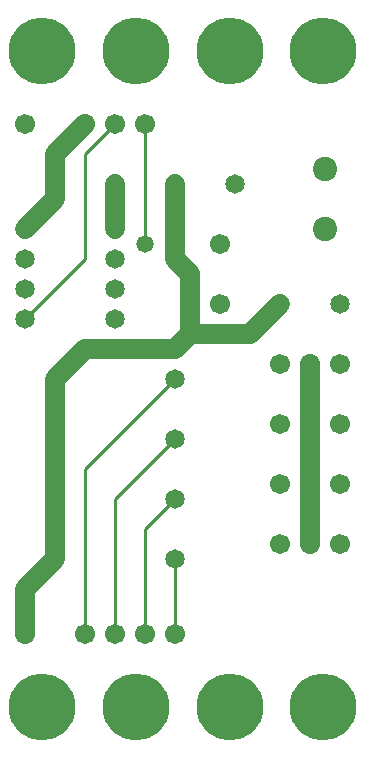
<source format=gtl>
%MOIN*%
%FSLAX25Y25*%
G04 D10 used for Character Trace; *
G04     Circle (OD=.01000) (No hole)*
G04 D11 used for Power Trace; *
G04     Circle (OD=.06700) (No hole)*
G04 D12 used for Signal Trace; *
G04     Circle (OD=.01100) (No hole)*
G04 D13 used for Via; *
G04     Circle (OD=.05800) (Round. Hole ID=.02800)*
G04 D14 used for Component hole; *
G04     Circle (OD=.06500) (Round. Hole ID=.03500)*
G04 D15 used for Component hole; *
G04     Circle (OD=.06700) (Round. Hole ID=.04300)*
G04 D16 used for Component hole; *
G04     Circle (OD=.08100) (Round. Hole ID=.05100)*
G04 D17 used for Component hole; *
G04     Circle (OD=.08900) (Round. Hole ID=.05900)*
G04 D18 used for Component hole; *
G04     Circle (OD=.11300) (Round. Hole ID=.08300)*
G04 D19 used for Component hole; *
G04     Circle (OD=.16000) (Round. Hole ID=.13000)*
G04 D20 used for Component hole; *
G04     Circle (OD=.18300) (Round. Hole ID=.15300)*
G04 D21 used for Component hole; *
G04     Circle (OD=.22291) (Round. Hole ID=.19291)*
%ADD10C,.01000*%
%ADD11C,.06700*%
%ADD12C,.01100*%
%ADD13C,.05800*%
%ADD14C,.06500*%
%ADD15C,.06700*%
%ADD16C,.08100*%
%ADD17C,.08900*%
%ADD18C,.11300*%
%ADD19C,.16000*%
%ADD20C,.18300*%
%ADD21C,.22291*%
%IPPOS*%
%LPD*%
G90*X0Y0D02*D21*X15625Y15625D03*D15*              
X40000Y40000D03*D12*Y85000D01*X60000Y105000D01*   
D14*D03*Y125000D03*D12*X30000Y95000D01*Y40000D01* 
D15*D03*D11*X10000D02*Y55000D01*D15*Y40000D03*D11*
Y55000D02*X20000Y65000D01*D14*D03*D11*Y85000D01*  
D14*D03*D11*Y105000D01*D14*D03*D11*Y125000D01*D14*
D03*D11*X30000Y135000D01*X60000D01*               
X65000Y140000D01*X85000D01*X95000Y150000D01*D14*  
D03*D15*X115000Y130000D03*X75000Y170000D03*D14*   
X115000Y150000D03*D15*X75000D03*X95000Y130000D03* 
X105000D03*D11*Y110000D01*D15*D03*D11*Y90000D01*  
D15*D03*D11*Y70000D01*D15*D03*X115000D03*         
X95000D03*X115000Y90000D03*X95000D03*             
X115000Y110000D03*X95000D03*D14*X60000Y85000D03*  
D12*X50000Y75000D01*Y40000D01*D15*D03*X60000D03*  
D12*Y65000D01*D14*D03*D21*X109375Y15625D03*       
X46875D03*X78125D03*D11*X65000Y140000D02*         
Y160000D01*D15*D03*D11*X60000Y165000D01*          
Y190000D01*D14*D03*D15*X40000Y210000D03*D12*      
X30000Y200000D01*Y165000D01*X10000Y145000D01*D14* 
D03*Y155000D03*Y165000D03*X40000Y175000D03*D11*   
Y190000D01*D14*D03*D15*X50000Y210000D03*D12*      
Y170000D01*D13*D03*D14*X40000Y165000D03*          
Y155000D03*Y145000D03*D11*X20000Y190000D02*       
Y200000D01*D14*Y190000D03*D11*Y185000D01*         
X10000Y175000D01*D14*D03*D11*X20000Y200000D02*    
X30000Y210000D01*D15*D03*X10000D03*D21*           
X46875Y234375D03*X15625D03*D14*X80000Y190000D03*  
D21*X78125Y234375D03*D16*X110000Y175000D03*       
Y195000D03*D21*X109375Y234375D03*M02*             

</source>
